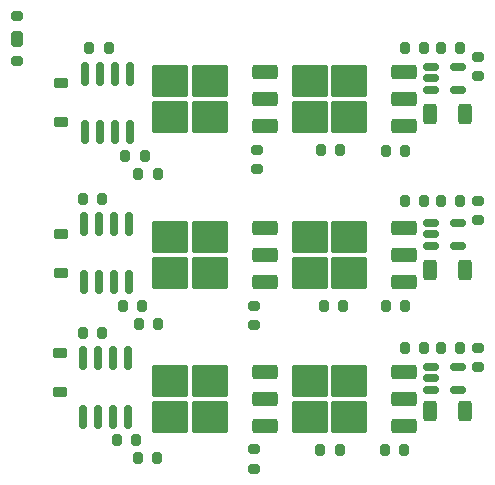
<source format=gbr>
%TF.GenerationSoftware,KiCad,Pcbnew,7.0.5*%
%TF.CreationDate,2024-12-02T20:01:47-05:00*%
%TF.ProjectId,eddie_bldc,65646469-655f-4626-9c64-632e6b696361,rev?*%
%TF.SameCoordinates,Original*%
%TF.FileFunction,Paste,Top*%
%TF.FilePolarity,Positive*%
%FSLAX46Y46*%
G04 Gerber Fmt 4.6, Leading zero omitted, Abs format (unit mm)*
G04 Created by KiCad (PCBNEW 7.0.5) date 2024-12-02 20:01:47*
%MOMM*%
%LPD*%
G01*
G04 APERTURE LIST*
G04 Aperture macros list*
%AMRoundRect*
0 Rectangle with rounded corners*
0 $1 Rounding radius*
0 $2 $3 $4 $5 $6 $7 $8 $9 X,Y pos of 4 corners*
0 Add a 4 corners polygon primitive as box body*
4,1,4,$2,$3,$4,$5,$6,$7,$8,$9,$2,$3,0*
0 Add four circle primitives for the rounded corners*
1,1,$1+$1,$2,$3*
1,1,$1+$1,$4,$5*
1,1,$1+$1,$6,$7*
1,1,$1+$1,$8,$9*
0 Add four rect primitives between the rounded corners*
20,1,$1+$1,$2,$3,$4,$5,0*
20,1,$1+$1,$4,$5,$6,$7,0*
20,1,$1+$1,$6,$7,$8,$9,0*
20,1,$1+$1,$8,$9,$2,$3,0*%
G04 Aperture macros list end*
%ADD10RoundRect,0.200000X-0.275000X0.200000X-0.275000X-0.200000X0.275000X-0.200000X0.275000X0.200000X0*%
%ADD11RoundRect,0.200000X0.275000X-0.200000X0.275000X0.200000X-0.275000X0.200000X-0.275000X-0.200000X0*%
%ADD12RoundRect,0.225000X-0.375000X0.225000X-0.375000X-0.225000X0.375000X-0.225000X0.375000X0.225000X0*%
%ADD13RoundRect,0.200000X0.200000X0.275000X-0.200000X0.275000X-0.200000X-0.275000X0.200000X-0.275000X0*%
%ADD14RoundRect,0.150000X-0.512500X-0.150000X0.512500X-0.150000X0.512500X0.150000X-0.512500X0.150000X0*%
%ADD15RoundRect,0.200000X-0.200000X-0.275000X0.200000X-0.275000X0.200000X0.275000X-0.200000X0.275000X0*%
%ADD16RoundRect,0.150000X0.150000X-0.825000X0.150000X0.825000X-0.150000X0.825000X-0.150000X-0.825000X0*%
%ADD17RoundRect,0.250000X-0.312500X-0.625000X0.312500X-0.625000X0.312500X0.625000X-0.312500X0.625000X0*%
%ADD18RoundRect,0.250000X0.850000X0.350000X-0.850000X0.350000X-0.850000X-0.350000X0.850000X-0.350000X0*%
%ADD19RoundRect,0.250000X1.275000X1.125000X-1.275000X1.125000X-1.275000X-1.125000X1.275000X-1.125000X0*%
G04 APERTURE END LIST*
D10*
%TO.C,D4*%
X14634379Y-18989512D03*
X14634379Y-20639512D03*
%TD*%
D11*
%TO.C,R9*%
X34635608Y-55147584D03*
X34635608Y-53497584D03*
%TD*%
D12*
%TO.C,D1*%
X18319206Y-22462100D03*
X18319206Y-25762100D03*
%TD*%
D13*
%TO.C,C2*%
X26527686Y-30175338D03*
X24877686Y-30175338D03*
%TD*%
D14*
%TO.C,U2*%
X49662500Y-21148000D03*
X49662500Y-22098000D03*
X49662500Y-23048000D03*
X51937500Y-23048000D03*
X51937500Y-21148000D03*
%TD*%
D13*
%TO.C,C1*%
X25420881Y-28644376D03*
X23770881Y-28644376D03*
%TD*%
D11*
%TO.C,R1*%
X34908869Y-29773516D03*
X34908869Y-28123516D03*
%TD*%
D15*
%TO.C,R6*%
X45817381Y-41406592D03*
X47467381Y-41406592D03*
%TD*%
%TO.C,R11*%
X47435000Y-44958000D03*
X49085000Y-44958000D03*
%TD*%
D16*
%TO.C,U5*%
X20196061Y-50735000D03*
X21466061Y-50735000D03*
X22736061Y-50735000D03*
X24006061Y-50735000D03*
X24006061Y-45785000D03*
X22736061Y-45785000D03*
X21466061Y-45785000D03*
X20196061Y-45785000D03*
%TD*%
D17*
%TO.C,R3_SHUNT3*%
X49591500Y-50292000D03*
X52516500Y-50292000D03*
%TD*%
D18*
%TO.C,Q4*%
X47345000Y-39365000D03*
X47345000Y-37085000D03*
D19*
X42720000Y-38610000D03*
X42720000Y-35560000D03*
X39370000Y-38610000D03*
X39370000Y-35560000D03*
D18*
X47345000Y-34805000D03*
%TD*%
D17*
%TO.C,R3_SHUNT1*%
X49591500Y-25146000D03*
X52516500Y-25146000D03*
%TD*%
D16*
%TO.C,U3*%
X20247167Y-39338085D03*
X21517167Y-39338085D03*
X22787167Y-39338085D03*
X24057167Y-39338085D03*
X24057167Y-34388085D03*
X22787167Y-34388085D03*
X21517167Y-34388085D03*
X20247167Y-34388085D03*
%TD*%
D15*
%TO.C,R2*%
X45818366Y-28235527D03*
X47468366Y-28235527D03*
%TD*%
%TO.C,R10*%
X45722080Y-53576520D03*
X47372080Y-53576520D03*
%TD*%
D13*
%TO.C,R12*%
X52133000Y-44958000D03*
X50483000Y-44958000D03*
%TD*%
D17*
%TO.C,R3_SHUNT2*%
X49591500Y-38354000D03*
X52516500Y-38354000D03*
%TD*%
D18*
%TO.C,Q2*%
X47345000Y-26155000D03*
X47345000Y-23875000D03*
D19*
X42720000Y-25400000D03*
X42720000Y-22350000D03*
X39370000Y-25400000D03*
X39370000Y-22350000D03*
D18*
X47345000Y-21595000D03*
%TD*%
D15*
%TO.C,R7*%
X47435000Y-32512000D03*
X49085000Y-32512000D03*
%TD*%
%TO.C,C1_BOOT3*%
X20159379Y-43644275D03*
X21809379Y-43644275D03*
%TD*%
D12*
%TO.C,D3*%
X18268100Y-45340000D03*
X18268100Y-48640000D03*
%TD*%
D11*
%TO.C,C12*%
X53594000Y-21907000D03*
X53594000Y-20257000D03*
%TD*%
D18*
%TO.C,Q5*%
X35560000Y-51550000D03*
X35560000Y-49270000D03*
D19*
X30935000Y-50795000D03*
X30935000Y-47745000D03*
X27585000Y-50795000D03*
X27585000Y-47745000D03*
D18*
X35560000Y-46990000D03*
%TD*%
D11*
%TO.C,R13*%
X14634379Y-18479512D03*
X14634379Y-16829512D03*
%TD*%
D18*
%TO.C,Q3*%
X35560000Y-39365000D03*
X35560000Y-37085000D03*
D19*
X30935000Y-38610000D03*
X30935000Y-35560000D03*
X27585000Y-38610000D03*
X27585000Y-35560000D03*
D18*
X35560000Y-34805000D03*
%TD*%
D15*
%TO.C,C7*%
X40590742Y-41381903D03*
X42240742Y-41381903D03*
%TD*%
D13*
%TO.C,C5*%
X25223615Y-41406344D03*
X23573615Y-41406344D03*
%TD*%
%TO.C,C9*%
X24688703Y-52708324D03*
X23038703Y-52708324D03*
%TD*%
%TO.C,R8*%
X52133000Y-32512000D03*
X50483000Y-32512000D03*
%TD*%
D11*
%TO.C,C8*%
X53594000Y-46545000D03*
X53594000Y-44895000D03*
%TD*%
D15*
%TO.C,C1_BOOT1*%
X20738583Y-19564517D03*
X22388583Y-19564517D03*
%TD*%
D14*
%TO.C,U6*%
X49662500Y-46548000D03*
X49662500Y-47498000D03*
X49662500Y-48448000D03*
X51937500Y-48448000D03*
X51937500Y-46548000D03*
%TD*%
D15*
%TO.C,R3*%
X47435000Y-19558000D03*
X49085000Y-19558000D03*
%TD*%
%TO.C,C1_BOOT2*%
X20150972Y-32272913D03*
X21800972Y-32272913D03*
%TD*%
%TO.C,C3*%
X40333467Y-28180470D03*
X41983467Y-28180470D03*
%TD*%
%TO.C,C11*%
X40261375Y-53578495D03*
X41911375Y-53578495D03*
%TD*%
D13*
%TO.C,R4*%
X52133000Y-19558000D03*
X50483000Y-19558000D03*
%TD*%
%TO.C,C10*%
X26494603Y-54273740D03*
X24844603Y-54273740D03*
%TD*%
D12*
%TO.C,D2*%
X18293653Y-35264191D03*
X18293653Y-38564191D03*
%TD*%
D11*
%TO.C,C4*%
X53594000Y-34099000D03*
X53594000Y-32449000D03*
%TD*%
D18*
%TO.C,Q6*%
X47345000Y-51555000D03*
X47345000Y-49275000D03*
D19*
X42720000Y-50800000D03*
X42720000Y-47750000D03*
X39370000Y-50800000D03*
X39370000Y-47750000D03*
D18*
X47345000Y-46995000D03*
%TD*%
D14*
%TO.C,U4*%
X49662500Y-34356000D03*
X49662500Y-35306000D03*
X49662500Y-36256000D03*
X51937500Y-36256000D03*
X51937500Y-34356000D03*
%TD*%
D16*
%TO.C,U1*%
X20349379Y-26638206D03*
X21619379Y-26638206D03*
X22889379Y-26638206D03*
X24159379Y-26638206D03*
X24159379Y-21688206D03*
X22889379Y-21688206D03*
X21619379Y-21688206D03*
X20349379Y-21688206D03*
%TD*%
D18*
%TO.C,Q1*%
X35560000Y-26155000D03*
X35560000Y-23875000D03*
D19*
X30935000Y-25400000D03*
X30935000Y-22350000D03*
X27585000Y-25400000D03*
X27585000Y-22350000D03*
D18*
X35560000Y-21595000D03*
%TD*%
D11*
%TO.C,R5*%
X34629720Y-43006848D03*
X34629720Y-41356848D03*
%TD*%
D13*
%TO.C,C6*%
X26545709Y-42928174D03*
X24895709Y-42928174D03*
%TD*%
M02*

</source>
